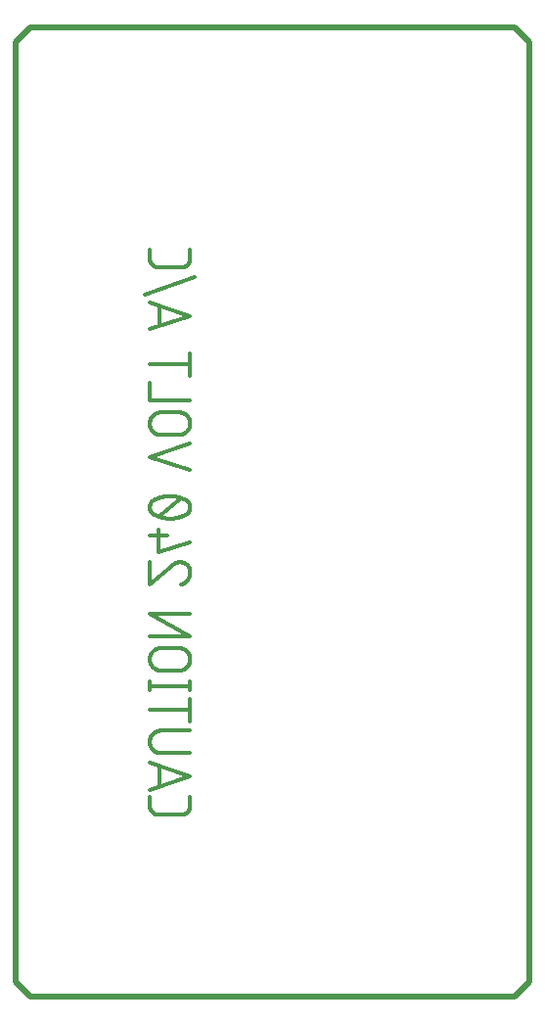
<source format=gbr>
G04 EAGLE Gerber RS-274X export*
G75*
%MOMM*%
%FSLAX34Y34*%
%LPD*%
%INSilkscreen Bottom*%
%IPPOS*%
%AMOC8*
5,1,8,0,0,1.08239X$1,22.5*%
G01*
%ADD10C,0.304800*%
%ADD11C,0.508000*%


D10*
X128524Y185484D02*
X128524Y177694D01*
X128526Y177506D01*
X128533Y177318D01*
X128544Y177130D01*
X128560Y176942D01*
X128581Y176755D01*
X128606Y176569D01*
X128635Y176383D01*
X128669Y176198D01*
X128708Y176013D01*
X128750Y175830D01*
X128798Y175648D01*
X128849Y175467D01*
X128905Y175287D01*
X128966Y175109D01*
X129030Y174932D01*
X129099Y174757D01*
X129172Y174583D01*
X129249Y174412D01*
X129331Y174242D01*
X129416Y174074D01*
X129506Y173909D01*
X129599Y173745D01*
X129696Y173584D01*
X129798Y173426D01*
X129903Y173269D01*
X130012Y173116D01*
X130124Y172965D01*
X130240Y172817D01*
X130360Y172671D01*
X130483Y172529D01*
X130609Y172390D01*
X130739Y172253D01*
X130872Y172120D01*
X131009Y171990D01*
X131148Y171864D01*
X131290Y171741D01*
X131436Y171621D01*
X131584Y171505D01*
X131735Y171393D01*
X131888Y171284D01*
X132045Y171179D01*
X132203Y171077D01*
X132364Y170980D01*
X132528Y170887D01*
X132693Y170797D01*
X132861Y170712D01*
X133031Y170630D01*
X133202Y170553D01*
X133376Y170480D01*
X133551Y170411D01*
X133728Y170347D01*
X133906Y170286D01*
X134086Y170230D01*
X134267Y170179D01*
X134449Y170131D01*
X134632Y170089D01*
X134817Y170050D01*
X135002Y170016D01*
X135188Y169987D01*
X135374Y169962D01*
X135561Y169941D01*
X135749Y169925D01*
X135937Y169914D01*
X136125Y169907D01*
X136313Y169905D01*
X155787Y169905D01*
X155978Y169907D01*
X156169Y169914D01*
X156360Y169926D01*
X156550Y169943D01*
X156740Y169964D01*
X156930Y169989D01*
X157119Y170020D01*
X157307Y170055D01*
X157494Y170094D01*
X157680Y170138D01*
X157864Y170187D01*
X158048Y170240D01*
X158230Y170298D01*
X158411Y170360D01*
X158590Y170427D01*
X158768Y170498D01*
X158943Y170573D01*
X159117Y170653D01*
X159289Y170737D01*
X159459Y170825D01*
X159626Y170917D01*
X159791Y171013D01*
X159954Y171113D01*
X160114Y171218D01*
X160272Y171326D01*
X160427Y171438D01*
X160579Y171554D01*
X160728Y171673D01*
X160875Y171796D01*
X161018Y171923D01*
X161158Y172053D01*
X161295Y172186D01*
X161428Y172323D01*
X161558Y172463D01*
X161685Y172606D01*
X161808Y172753D01*
X161927Y172902D01*
X162043Y173054D01*
X162155Y173209D01*
X162263Y173367D01*
X162368Y173527D01*
X162468Y173690D01*
X162564Y173855D01*
X162656Y174022D01*
X162744Y174192D01*
X162828Y174364D01*
X162908Y174538D01*
X162983Y174713D01*
X163054Y174891D01*
X163121Y175070D01*
X163183Y175251D01*
X163241Y175433D01*
X163294Y175617D01*
X163343Y175801D01*
X163387Y175987D01*
X163426Y176174D01*
X163461Y176362D01*
X163492Y176551D01*
X163517Y176741D01*
X163538Y176931D01*
X163555Y177121D01*
X163567Y177312D01*
X163574Y177503D01*
X163576Y177694D01*
X163576Y185484D01*
X163576Y203446D02*
X128524Y191762D01*
X128524Y215130D02*
X163576Y203446D01*
X137287Y212209D02*
X137287Y194683D01*
X138261Y223236D02*
X163576Y223236D01*
X138261Y223236D02*
X138024Y223239D01*
X137787Y223248D01*
X137550Y223262D01*
X137314Y223282D01*
X137078Y223308D01*
X136843Y223340D01*
X136609Y223377D01*
X136376Y223420D01*
X136144Y223469D01*
X135913Y223523D01*
X135684Y223583D01*
X135456Y223649D01*
X135230Y223720D01*
X135005Y223796D01*
X134783Y223878D01*
X134562Y223966D01*
X134344Y224059D01*
X134128Y224157D01*
X133915Y224260D01*
X133704Y224368D01*
X133496Y224482D01*
X133290Y224600D01*
X133088Y224724D01*
X132888Y224852D01*
X132692Y224986D01*
X132499Y225124D01*
X132310Y225266D01*
X132124Y225413D01*
X131942Y225565D01*
X131763Y225721D01*
X131589Y225882D01*
X131418Y226046D01*
X131251Y226215D01*
X131089Y226387D01*
X130931Y226564D01*
X130777Y226745D01*
X130627Y226929D01*
X130482Y227116D01*
X130342Y227307D01*
X130206Y227502D01*
X130076Y227700D01*
X129950Y227901D01*
X129829Y228104D01*
X129712Y228311D01*
X129601Y228521D01*
X129496Y228733D01*
X129395Y228948D01*
X129300Y229165D01*
X129210Y229384D01*
X129125Y229606D01*
X129046Y229829D01*
X128972Y230054D01*
X128903Y230282D01*
X128841Y230510D01*
X128783Y230740D01*
X128732Y230972D01*
X128686Y231204D01*
X128646Y231438D01*
X128611Y231673D01*
X128582Y231908D01*
X128559Y232144D01*
X128542Y232381D01*
X128530Y232617D01*
X128525Y232854D01*
X128525Y233092D01*
X128530Y233329D01*
X128542Y233565D01*
X128559Y233802D01*
X128582Y234038D01*
X128611Y234273D01*
X128646Y234508D01*
X128686Y234742D01*
X128732Y234974D01*
X128783Y235206D01*
X128841Y235436D01*
X128903Y235664D01*
X128972Y235892D01*
X129046Y236117D01*
X129125Y236340D01*
X129210Y236562D01*
X129300Y236781D01*
X129395Y236998D01*
X129496Y237213D01*
X129601Y237425D01*
X129712Y237635D01*
X129829Y237842D01*
X129950Y238045D01*
X130076Y238246D01*
X130206Y238444D01*
X130342Y238639D01*
X130482Y238830D01*
X130627Y239017D01*
X130777Y239201D01*
X130931Y239382D01*
X131089Y239559D01*
X131251Y239731D01*
X131418Y239900D01*
X131589Y240064D01*
X131763Y240225D01*
X131942Y240381D01*
X132124Y240533D01*
X132310Y240680D01*
X132499Y240822D01*
X132692Y240960D01*
X132888Y241094D01*
X133088Y241222D01*
X133290Y241346D01*
X133496Y241464D01*
X133704Y241578D01*
X133915Y241686D01*
X134128Y241789D01*
X134344Y241887D01*
X134562Y241980D01*
X134783Y242068D01*
X135005Y242150D01*
X135230Y242226D01*
X135456Y242297D01*
X135684Y242363D01*
X135913Y242423D01*
X136144Y242477D01*
X136376Y242526D01*
X136609Y242569D01*
X136843Y242606D01*
X137078Y242638D01*
X137314Y242664D01*
X137550Y242684D01*
X137787Y242698D01*
X138024Y242707D01*
X138261Y242710D01*
X163576Y242710D01*
X163576Y260596D02*
X128524Y260596D01*
X163576Y250859D02*
X163576Y270332D01*
X163576Y281551D02*
X128524Y281551D01*
X128524Y285445D02*
X128524Y277656D01*
X163576Y277656D02*
X163576Y285445D01*
X153839Y294674D02*
X138261Y294674D01*
X153839Y294674D02*
X154076Y294677D01*
X154313Y294686D01*
X154550Y294700D01*
X154786Y294720D01*
X155022Y294746D01*
X155257Y294778D01*
X155491Y294815D01*
X155724Y294858D01*
X155956Y294907D01*
X156187Y294961D01*
X156416Y295021D01*
X156644Y295087D01*
X156870Y295158D01*
X157095Y295234D01*
X157317Y295316D01*
X157538Y295404D01*
X157756Y295497D01*
X157972Y295595D01*
X158185Y295698D01*
X158396Y295806D01*
X158604Y295920D01*
X158810Y296038D01*
X159012Y296162D01*
X159212Y296290D01*
X159408Y296424D01*
X159601Y296562D01*
X159790Y296704D01*
X159976Y296851D01*
X160158Y297003D01*
X160337Y297159D01*
X160511Y297320D01*
X160682Y297484D01*
X160849Y297653D01*
X161011Y297825D01*
X161169Y298002D01*
X161323Y298183D01*
X161473Y298367D01*
X161618Y298554D01*
X161758Y298745D01*
X161894Y298940D01*
X162024Y299138D01*
X162150Y299339D01*
X162271Y299543D01*
X162388Y299749D01*
X162499Y299959D01*
X162604Y300171D01*
X162705Y300386D01*
X162800Y300603D01*
X162890Y300822D01*
X162975Y301044D01*
X163054Y301267D01*
X163128Y301492D01*
X163197Y301720D01*
X163259Y301948D01*
X163317Y302178D01*
X163368Y302410D01*
X163414Y302642D01*
X163454Y302876D01*
X163489Y303111D01*
X163518Y303346D01*
X163541Y303582D01*
X163558Y303819D01*
X163570Y304055D01*
X163575Y304292D01*
X163575Y304530D01*
X163570Y304767D01*
X163558Y305003D01*
X163541Y305240D01*
X163518Y305476D01*
X163489Y305711D01*
X163454Y305946D01*
X163414Y306180D01*
X163368Y306412D01*
X163317Y306644D01*
X163259Y306874D01*
X163197Y307102D01*
X163128Y307330D01*
X163054Y307555D01*
X162975Y307778D01*
X162890Y308000D01*
X162800Y308219D01*
X162705Y308436D01*
X162604Y308651D01*
X162499Y308863D01*
X162388Y309073D01*
X162271Y309280D01*
X162150Y309483D01*
X162024Y309684D01*
X161894Y309882D01*
X161758Y310077D01*
X161618Y310268D01*
X161473Y310455D01*
X161323Y310639D01*
X161169Y310820D01*
X161011Y310997D01*
X160849Y311169D01*
X160682Y311338D01*
X160511Y311502D01*
X160337Y311663D01*
X160158Y311819D01*
X159976Y311971D01*
X159790Y312118D01*
X159601Y312260D01*
X159408Y312398D01*
X159212Y312532D01*
X159012Y312660D01*
X158810Y312784D01*
X158604Y312902D01*
X158396Y313016D01*
X158185Y313124D01*
X157972Y313227D01*
X157756Y313325D01*
X157538Y313418D01*
X157317Y313506D01*
X157095Y313588D01*
X156870Y313664D01*
X156644Y313735D01*
X156416Y313801D01*
X156187Y313861D01*
X155956Y313915D01*
X155724Y313964D01*
X155491Y314007D01*
X155257Y314044D01*
X155022Y314076D01*
X154786Y314102D01*
X154550Y314122D01*
X154313Y314136D01*
X154076Y314145D01*
X153839Y314148D01*
X153839Y314147D02*
X138261Y314147D01*
X138261Y314148D02*
X138024Y314145D01*
X137787Y314136D01*
X137550Y314122D01*
X137314Y314102D01*
X137078Y314076D01*
X136843Y314044D01*
X136609Y314007D01*
X136376Y313964D01*
X136144Y313915D01*
X135913Y313861D01*
X135684Y313801D01*
X135456Y313735D01*
X135230Y313664D01*
X135005Y313588D01*
X134783Y313506D01*
X134562Y313418D01*
X134344Y313325D01*
X134128Y313227D01*
X133915Y313124D01*
X133704Y313016D01*
X133496Y312902D01*
X133290Y312784D01*
X133088Y312660D01*
X132888Y312532D01*
X132692Y312398D01*
X132499Y312260D01*
X132310Y312118D01*
X132124Y311971D01*
X131942Y311819D01*
X131763Y311663D01*
X131589Y311502D01*
X131418Y311338D01*
X131251Y311169D01*
X131089Y310997D01*
X130931Y310820D01*
X130777Y310639D01*
X130627Y310455D01*
X130482Y310268D01*
X130342Y310077D01*
X130206Y309882D01*
X130076Y309684D01*
X129950Y309483D01*
X129829Y309280D01*
X129712Y309073D01*
X129601Y308863D01*
X129496Y308651D01*
X129395Y308436D01*
X129300Y308219D01*
X129210Y308000D01*
X129125Y307778D01*
X129046Y307555D01*
X128972Y307330D01*
X128903Y307102D01*
X128841Y306874D01*
X128783Y306644D01*
X128732Y306412D01*
X128686Y306180D01*
X128646Y305946D01*
X128611Y305711D01*
X128582Y305476D01*
X128559Y305240D01*
X128542Y305003D01*
X128530Y304767D01*
X128525Y304530D01*
X128525Y304292D01*
X128530Y304055D01*
X128542Y303819D01*
X128559Y303582D01*
X128582Y303346D01*
X128611Y303111D01*
X128646Y302876D01*
X128686Y302642D01*
X128732Y302410D01*
X128783Y302178D01*
X128841Y301948D01*
X128903Y301720D01*
X128972Y301492D01*
X129046Y301267D01*
X129125Y301044D01*
X129210Y300822D01*
X129300Y300603D01*
X129395Y300386D01*
X129496Y300171D01*
X129601Y299959D01*
X129712Y299749D01*
X129829Y299542D01*
X129950Y299339D01*
X130076Y299138D01*
X130206Y298940D01*
X130342Y298745D01*
X130482Y298554D01*
X130627Y298367D01*
X130777Y298183D01*
X130931Y298002D01*
X131089Y297825D01*
X131251Y297653D01*
X131418Y297484D01*
X131589Y297320D01*
X131763Y297159D01*
X131942Y297003D01*
X132124Y296851D01*
X132310Y296704D01*
X132499Y296562D01*
X132692Y296424D01*
X132888Y296290D01*
X133088Y296162D01*
X133290Y296038D01*
X133496Y295920D01*
X133704Y295806D01*
X133915Y295698D01*
X134128Y295595D01*
X134344Y295497D01*
X134562Y295404D01*
X134783Y295316D01*
X135005Y295234D01*
X135230Y295158D01*
X135456Y295087D01*
X135684Y295021D01*
X135913Y294961D01*
X136144Y294907D01*
X136376Y294858D01*
X136609Y294815D01*
X136843Y294778D01*
X137078Y294746D01*
X137314Y294720D01*
X137550Y294700D01*
X137787Y294686D01*
X138024Y294677D01*
X138261Y294674D01*
X128524Y324201D02*
X163576Y324201D01*
X128524Y343675D01*
X163576Y343675D01*
X163576Y379679D02*
X163573Y379891D01*
X163566Y380102D01*
X163553Y380314D01*
X163535Y380525D01*
X163512Y380735D01*
X163484Y380945D01*
X163451Y381154D01*
X163413Y381363D01*
X163370Y381570D01*
X163321Y381776D01*
X163268Y381981D01*
X163210Y382185D01*
X163147Y382387D01*
X163079Y382588D01*
X163007Y382786D01*
X162929Y382983D01*
X162847Y383179D01*
X162760Y383372D01*
X162668Y383563D01*
X162572Y383751D01*
X162472Y383938D01*
X162366Y384121D01*
X162257Y384303D01*
X162143Y384481D01*
X162025Y384657D01*
X161902Y384830D01*
X161776Y385000D01*
X161645Y385166D01*
X161511Y385330D01*
X161372Y385490D01*
X161230Y385647D01*
X161084Y385800D01*
X160934Y385950D01*
X160781Y386096D01*
X160624Y386238D01*
X160464Y386377D01*
X160300Y386511D01*
X160134Y386642D01*
X159964Y386768D01*
X159791Y386891D01*
X159615Y387009D01*
X159437Y387123D01*
X159255Y387232D01*
X159072Y387338D01*
X158885Y387438D01*
X158697Y387534D01*
X158506Y387626D01*
X158313Y387713D01*
X158117Y387795D01*
X157920Y387873D01*
X157722Y387945D01*
X157521Y388013D01*
X157319Y388076D01*
X157115Y388134D01*
X156910Y388187D01*
X156704Y388236D01*
X156497Y388279D01*
X156288Y388317D01*
X156079Y388350D01*
X155869Y388378D01*
X155659Y388401D01*
X155448Y388419D01*
X155236Y388432D01*
X155025Y388439D01*
X154813Y388442D01*
X163576Y379679D02*
X163573Y379407D01*
X163563Y379135D01*
X163546Y378863D01*
X163523Y378592D01*
X163494Y378321D01*
X163458Y378051D01*
X163415Y377782D01*
X163366Y377514D01*
X163310Y377248D01*
X163248Y376983D01*
X163180Y376719D01*
X163105Y376457D01*
X163024Y376198D01*
X162937Y375940D01*
X162843Y375684D01*
X162744Y375431D01*
X162638Y375180D01*
X162526Y374931D01*
X162408Y374686D01*
X162285Y374443D01*
X162155Y374204D01*
X162020Y373968D01*
X161879Y373735D01*
X161732Y373505D01*
X161580Y373279D01*
X161423Y373057D01*
X161260Y372839D01*
X161092Y372625D01*
X160919Y372415D01*
X160741Y372209D01*
X160558Y372007D01*
X160370Y371810D01*
X160177Y371618D01*
X159980Y371430D01*
X159778Y371247D01*
X159572Y371070D01*
X159362Y370897D01*
X159147Y370729D01*
X158929Y370566D01*
X158706Y370409D01*
X158480Y370257D01*
X158251Y370111D01*
X158018Y369970D01*
X157781Y369835D01*
X157542Y369706D01*
X157299Y369583D01*
X157053Y369465D01*
X156805Y369354D01*
X156554Y369248D01*
X156300Y369149D01*
X156045Y369056D01*
X155787Y368969D01*
X147997Y385521D02*
X148159Y385686D01*
X148324Y385848D01*
X148493Y386005D01*
X148666Y386158D01*
X148843Y386306D01*
X149023Y386451D01*
X149207Y386590D01*
X149394Y386726D01*
X149585Y386856D01*
X149778Y386982D01*
X149975Y387103D01*
X150175Y387220D01*
X150377Y387331D01*
X150582Y387437D01*
X150790Y387539D01*
X151000Y387635D01*
X151212Y387726D01*
X151426Y387812D01*
X151643Y387892D01*
X151861Y387967D01*
X152081Y388037D01*
X152303Y388101D01*
X152527Y388160D01*
X152751Y388213D01*
X152977Y388261D01*
X153204Y388303D01*
X153432Y388340D01*
X153661Y388371D01*
X153891Y388397D01*
X154121Y388417D01*
X154351Y388431D01*
X154582Y388439D01*
X154813Y388442D01*
X147997Y385521D02*
X128524Y368969D01*
X128524Y388442D01*
X136313Y397544D02*
X163576Y405333D01*
X136313Y397544D02*
X136313Y417017D01*
X128524Y411175D02*
X144103Y411175D01*
X146050Y426119D02*
X146740Y426127D01*
X147429Y426152D01*
X148117Y426193D01*
X148804Y426251D01*
X149490Y426325D01*
X150173Y426415D01*
X150855Y426521D01*
X151533Y426644D01*
X152209Y426783D01*
X152881Y426938D01*
X153549Y427109D01*
X154212Y427296D01*
X154871Y427499D01*
X155526Y427717D01*
X156174Y427951D01*
X156817Y428201D01*
X157454Y428465D01*
X158084Y428745D01*
X158708Y429040D01*
X158873Y429099D01*
X159036Y429162D01*
X159198Y429229D01*
X159359Y429300D01*
X159517Y429374D01*
X159674Y429453D01*
X159829Y429535D01*
X159982Y429621D01*
X160132Y429711D01*
X160280Y429804D01*
X160426Y429901D01*
X160570Y430001D01*
X160711Y430105D01*
X160850Y430212D01*
X160986Y430323D01*
X161119Y430437D01*
X161249Y430554D01*
X161377Y430674D01*
X161501Y430797D01*
X161623Y430924D01*
X161741Y431053D01*
X161857Y431185D01*
X161969Y431320D01*
X162077Y431457D01*
X162183Y431597D01*
X162284Y431740D01*
X162383Y431885D01*
X162478Y432032D01*
X162569Y432182D01*
X162656Y432334D01*
X162740Y432488D01*
X162820Y432644D01*
X162896Y432801D01*
X162969Y432961D01*
X163037Y433122D01*
X163102Y433285D01*
X163162Y433450D01*
X163219Y433616D01*
X163271Y433783D01*
X163320Y433951D01*
X163364Y434121D01*
X163404Y434291D01*
X163440Y434463D01*
X163472Y434635D01*
X163499Y434808D01*
X163523Y434982D01*
X163542Y435156D01*
X163557Y435331D01*
X163567Y435506D01*
X163574Y435681D01*
X163576Y435856D01*
X163574Y436031D01*
X163567Y436206D01*
X163557Y436381D01*
X163542Y436556D01*
X163523Y436730D01*
X163499Y436904D01*
X163472Y437077D01*
X163440Y437249D01*
X163404Y437421D01*
X163364Y437591D01*
X163320Y437761D01*
X163271Y437929D01*
X163219Y438096D01*
X163162Y438262D01*
X163102Y438427D01*
X163037Y438590D01*
X162969Y438751D01*
X162896Y438911D01*
X162820Y439069D01*
X162740Y439224D01*
X162656Y439378D01*
X162569Y439530D01*
X162478Y439680D01*
X162383Y439827D01*
X162284Y439972D01*
X162183Y440115D01*
X162077Y440255D01*
X161969Y440392D01*
X161857Y440527D01*
X161741Y440659D01*
X161623Y440788D01*
X161501Y440915D01*
X161377Y441038D01*
X161249Y441158D01*
X161119Y441275D01*
X160986Y441389D01*
X160850Y441500D01*
X160711Y441607D01*
X160570Y441711D01*
X160426Y441811D01*
X160280Y441908D01*
X160132Y442001D01*
X159981Y442091D01*
X159829Y442177D01*
X159674Y442259D01*
X159517Y442338D01*
X159359Y442412D01*
X159198Y442483D01*
X159036Y442550D01*
X158873Y442613D01*
X158708Y442672D01*
X158708Y442671D02*
X158084Y442966D01*
X157454Y443246D01*
X156817Y443510D01*
X156174Y443760D01*
X155526Y443994D01*
X154871Y444212D01*
X154212Y444415D01*
X153549Y444602D01*
X152881Y444773D01*
X152209Y444928D01*
X151533Y445067D01*
X150855Y445190D01*
X150173Y445296D01*
X149490Y445386D01*
X148804Y445460D01*
X148117Y445518D01*
X147429Y445559D01*
X146740Y445584D01*
X146050Y445592D01*
X146050Y426118D02*
X145360Y426126D01*
X144671Y426151D01*
X143983Y426192D01*
X143296Y426250D01*
X142610Y426324D01*
X141926Y426414D01*
X141245Y426520D01*
X140567Y426643D01*
X139891Y426782D01*
X139219Y426937D01*
X138551Y427108D01*
X137887Y427295D01*
X137228Y427498D01*
X136574Y427716D01*
X135926Y427950D01*
X135283Y428200D01*
X134646Y428464D01*
X134016Y428744D01*
X133392Y429039D01*
X133392Y429040D02*
X133227Y429099D01*
X133064Y429162D01*
X132902Y429229D01*
X132741Y429300D01*
X132583Y429374D01*
X132426Y429453D01*
X132271Y429535D01*
X132118Y429621D01*
X131968Y429711D01*
X131820Y429804D01*
X131673Y429901D01*
X131530Y430001D01*
X131389Y430105D01*
X131250Y430212D01*
X131114Y430323D01*
X130981Y430437D01*
X130851Y430554D01*
X130723Y430674D01*
X130599Y430797D01*
X130477Y430924D01*
X130359Y431053D01*
X130243Y431185D01*
X130131Y431320D01*
X130023Y431457D01*
X129917Y431597D01*
X129816Y431740D01*
X129717Y431885D01*
X129622Y432032D01*
X129531Y432182D01*
X129444Y432334D01*
X129360Y432488D01*
X129280Y432644D01*
X129204Y432801D01*
X129131Y432961D01*
X129063Y433122D01*
X128998Y433285D01*
X128938Y433450D01*
X128881Y433616D01*
X128829Y433783D01*
X128780Y433951D01*
X128736Y434121D01*
X128696Y434291D01*
X128660Y434463D01*
X128628Y434635D01*
X128601Y434808D01*
X128577Y434982D01*
X128558Y435156D01*
X128543Y435331D01*
X128533Y435506D01*
X128526Y435681D01*
X128524Y435856D01*
X133392Y442672D02*
X134016Y442967D01*
X134646Y443247D01*
X135283Y443511D01*
X135926Y443761D01*
X136574Y443995D01*
X137228Y444213D01*
X137887Y444416D01*
X138551Y444603D01*
X139219Y444774D01*
X139891Y444929D01*
X140567Y445068D01*
X141245Y445191D01*
X141926Y445297D01*
X142610Y445387D01*
X143296Y445461D01*
X143983Y445519D01*
X144671Y445560D01*
X145360Y445585D01*
X146050Y445593D01*
X133392Y442672D02*
X133227Y442613D01*
X133064Y442550D01*
X132902Y442483D01*
X132741Y442412D01*
X132583Y442338D01*
X132426Y442259D01*
X132271Y442177D01*
X132118Y442091D01*
X131968Y442001D01*
X131820Y441908D01*
X131674Y441811D01*
X131530Y441711D01*
X131389Y441607D01*
X131250Y441500D01*
X131114Y441389D01*
X130981Y441275D01*
X130851Y441158D01*
X130723Y441038D01*
X130599Y440915D01*
X130477Y440788D01*
X130359Y440659D01*
X130243Y440527D01*
X130131Y440392D01*
X130023Y440255D01*
X129917Y440115D01*
X129816Y439972D01*
X129717Y439827D01*
X129622Y439680D01*
X129531Y439530D01*
X129444Y439378D01*
X129360Y439224D01*
X129280Y439069D01*
X129204Y438911D01*
X129131Y438751D01*
X129063Y438590D01*
X128998Y438427D01*
X128938Y438262D01*
X128881Y438096D01*
X128829Y437929D01*
X128780Y437761D01*
X128736Y437591D01*
X128696Y437421D01*
X128660Y437249D01*
X128628Y437077D01*
X128601Y436904D01*
X128577Y436730D01*
X128558Y436556D01*
X128543Y436381D01*
X128533Y436206D01*
X128526Y436031D01*
X128524Y435856D01*
X136313Y428066D02*
X155787Y443645D01*
X163576Y467987D02*
X128524Y479671D01*
X163576Y491355D01*
X153839Y498509D02*
X138261Y498509D01*
X153839Y498509D02*
X154076Y498512D01*
X154313Y498521D01*
X154550Y498535D01*
X154786Y498555D01*
X155022Y498581D01*
X155257Y498613D01*
X155491Y498650D01*
X155724Y498693D01*
X155956Y498742D01*
X156187Y498796D01*
X156416Y498856D01*
X156644Y498922D01*
X156870Y498993D01*
X157095Y499069D01*
X157317Y499151D01*
X157538Y499239D01*
X157756Y499332D01*
X157972Y499430D01*
X158185Y499533D01*
X158396Y499641D01*
X158604Y499755D01*
X158810Y499873D01*
X159012Y499997D01*
X159212Y500125D01*
X159408Y500259D01*
X159601Y500397D01*
X159790Y500539D01*
X159976Y500686D01*
X160158Y500838D01*
X160337Y500994D01*
X160511Y501155D01*
X160682Y501319D01*
X160849Y501488D01*
X161011Y501660D01*
X161169Y501837D01*
X161323Y502018D01*
X161473Y502202D01*
X161618Y502389D01*
X161758Y502580D01*
X161894Y502775D01*
X162024Y502973D01*
X162150Y503174D01*
X162271Y503378D01*
X162388Y503584D01*
X162499Y503794D01*
X162604Y504006D01*
X162705Y504221D01*
X162800Y504438D01*
X162890Y504657D01*
X162975Y504879D01*
X163054Y505102D01*
X163128Y505327D01*
X163197Y505555D01*
X163259Y505783D01*
X163317Y506013D01*
X163368Y506245D01*
X163414Y506477D01*
X163454Y506711D01*
X163489Y506946D01*
X163518Y507181D01*
X163541Y507417D01*
X163558Y507654D01*
X163570Y507890D01*
X163575Y508127D01*
X163575Y508365D01*
X163570Y508602D01*
X163558Y508838D01*
X163541Y509075D01*
X163518Y509311D01*
X163489Y509546D01*
X163454Y509781D01*
X163414Y510015D01*
X163368Y510247D01*
X163317Y510479D01*
X163259Y510709D01*
X163197Y510937D01*
X163128Y511165D01*
X163054Y511390D01*
X162975Y511613D01*
X162890Y511835D01*
X162800Y512054D01*
X162705Y512271D01*
X162604Y512486D01*
X162499Y512698D01*
X162388Y512908D01*
X162271Y513115D01*
X162150Y513318D01*
X162024Y513519D01*
X161894Y513717D01*
X161758Y513912D01*
X161618Y514103D01*
X161473Y514290D01*
X161323Y514474D01*
X161169Y514655D01*
X161011Y514832D01*
X160849Y515004D01*
X160682Y515173D01*
X160511Y515337D01*
X160337Y515498D01*
X160158Y515654D01*
X159976Y515806D01*
X159790Y515953D01*
X159601Y516095D01*
X159408Y516233D01*
X159212Y516367D01*
X159012Y516495D01*
X158810Y516619D01*
X158604Y516737D01*
X158396Y516851D01*
X158185Y516959D01*
X157972Y517062D01*
X157756Y517160D01*
X157538Y517253D01*
X157317Y517341D01*
X157095Y517423D01*
X156870Y517499D01*
X156644Y517570D01*
X156416Y517636D01*
X156187Y517696D01*
X155956Y517750D01*
X155724Y517799D01*
X155491Y517842D01*
X155257Y517879D01*
X155022Y517911D01*
X154786Y517937D01*
X154550Y517957D01*
X154313Y517971D01*
X154076Y517980D01*
X153839Y517983D01*
X153839Y517982D02*
X138261Y517982D01*
X138261Y517983D02*
X138024Y517980D01*
X137787Y517971D01*
X137550Y517957D01*
X137314Y517937D01*
X137078Y517911D01*
X136843Y517879D01*
X136609Y517842D01*
X136376Y517799D01*
X136144Y517750D01*
X135913Y517696D01*
X135684Y517636D01*
X135456Y517570D01*
X135230Y517499D01*
X135005Y517423D01*
X134783Y517341D01*
X134562Y517253D01*
X134344Y517160D01*
X134128Y517062D01*
X133915Y516959D01*
X133704Y516851D01*
X133496Y516737D01*
X133290Y516619D01*
X133088Y516495D01*
X132888Y516367D01*
X132692Y516233D01*
X132499Y516095D01*
X132310Y515953D01*
X132124Y515806D01*
X131942Y515654D01*
X131763Y515498D01*
X131589Y515337D01*
X131418Y515173D01*
X131251Y515004D01*
X131089Y514832D01*
X130931Y514655D01*
X130777Y514474D01*
X130627Y514290D01*
X130482Y514103D01*
X130342Y513912D01*
X130206Y513717D01*
X130076Y513519D01*
X129950Y513318D01*
X129829Y513115D01*
X129712Y512908D01*
X129601Y512698D01*
X129496Y512486D01*
X129395Y512271D01*
X129300Y512054D01*
X129210Y511835D01*
X129125Y511613D01*
X129046Y511390D01*
X128972Y511165D01*
X128903Y510937D01*
X128841Y510709D01*
X128783Y510479D01*
X128732Y510247D01*
X128686Y510015D01*
X128646Y509781D01*
X128611Y509546D01*
X128582Y509311D01*
X128559Y509075D01*
X128542Y508838D01*
X128530Y508602D01*
X128525Y508365D01*
X128525Y508127D01*
X128530Y507890D01*
X128542Y507654D01*
X128559Y507417D01*
X128582Y507181D01*
X128611Y506946D01*
X128646Y506711D01*
X128686Y506477D01*
X128732Y506245D01*
X128783Y506013D01*
X128841Y505783D01*
X128903Y505555D01*
X128972Y505327D01*
X129046Y505102D01*
X129125Y504879D01*
X129210Y504657D01*
X129300Y504438D01*
X129395Y504221D01*
X129496Y504006D01*
X129601Y503794D01*
X129712Y503584D01*
X129829Y503377D01*
X129950Y503174D01*
X130076Y502973D01*
X130206Y502775D01*
X130342Y502580D01*
X130482Y502389D01*
X130627Y502202D01*
X130777Y502018D01*
X130931Y501837D01*
X131089Y501660D01*
X131251Y501488D01*
X131418Y501319D01*
X131589Y501155D01*
X131763Y500994D01*
X131942Y500838D01*
X132124Y500686D01*
X132310Y500539D01*
X132499Y500397D01*
X132692Y500259D01*
X132888Y500125D01*
X133088Y499997D01*
X133290Y499873D01*
X133496Y499755D01*
X133704Y499641D01*
X133915Y499533D01*
X134128Y499430D01*
X134344Y499332D01*
X134562Y499239D01*
X134783Y499151D01*
X135005Y499069D01*
X135230Y498993D01*
X135456Y498922D01*
X135684Y498856D01*
X135913Y498796D01*
X136144Y498742D01*
X136376Y498693D01*
X136609Y498650D01*
X136843Y498613D01*
X137078Y498581D01*
X137314Y498555D01*
X137550Y498535D01*
X137787Y498521D01*
X138024Y498512D01*
X138261Y498509D01*
X128524Y528022D02*
X163576Y528022D01*
X128524Y528022D02*
X128524Y543601D01*
X128524Y559681D02*
X163576Y559681D01*
X163576Y569417D02*
X163576Y549944D01*
X163576Y601591D02*
X128524Y589907D01*
X128524Y613275D02*
X163576Y601591D01*
X137287Y610354D02*
X137287Y592828D01*
X124629Y619519D02*
X167471Y635097D01*
X128524Y651087D02*
X128524Y658876D01*
X128524Y651087D02*
X128526Y650899D01*
X128533Y650711D01*
X128544Y650523D01*
X128560Y650335D01*
X128581Y650148D01*
X128606Y649962D01*
X128635Y649776D01*
X128669Y649591D01*
X128708Y649406D01*
X128750Y649223D01*
X128798Y649041D01*
X128849Y648860D01*
X128905Y648680D01*
X128966Y648502D01*
X129030Y648325D01*
X129099Y648150D01*
X129172Y647976D01*
X129249Y647805D01*
X129331Y647635D01*
X129416Y647467D01*
X129506Y647302D01*
X129599Y647138D01*
X129696Y646977D01*
X129798Y646819D01*
X129903Y646662D01*
X130012Y646509D01*
X130124Y646358D01*
X130240Y646210D01*
X130360Y646064D01*
X130483Y645922D01*
X130609Y645783D01*
X130739Y645646D01*
X130872Y645513D01*
X131009Y645383D01*
X131148Y645257D01*
X131290Y645134D01*
X131436Y645014D01*
X131584Y644898D01*
X131735Y644786D01*
X131888Y644677D01*
X132045Y644572D01*
X132203Y644470D01*
X132364Y644373D01*
X132528Y644280D01*
X132693Y644190D01*
X132861Y644105D01*
X133031Y644023D01*
X133202Y643946D01*
X133376Y643873D01*
X133551Y643804D01*
X133728Y643740D01*
X133906Y643679D01*
X134086Y643623D01*
X134267Y643572D01*
X134449Y643524D01*
X134632Y643482D01*
X134817Y643443D01*
X135002Y643409D01*
X135188Y643380D01*
X135374Y643355D01*
X135561Y643334D01*
X135749Y643318D01*
X135937Y643307D01*
X136125Y643300D01*
X136313Y643298D01*
X136313Y643297D02*
X155787Y643297D01*
X155787Y643298D02*
X155978Y643300D01*
X156169Y643307D01*
X156360Y643319D01*
X156550Y643336D01*
X156740Y643357D01*
X156930Y643382D01*
X157119Y643413D01*
X157307Y643448D01*
X157494Y643487D01*
X157680Y643531D01*
X157864Y643580D01*
X158048Y643633D01*
X158230Y643691D01*
X158411Y643753D01*
X158590Y643820D01*
X158768Y643891D01*
X158943Y643966D01*
X159117Y644046D01*
X159289Y644130D01*
X159459Y644218D01*
X159626Y644310D01*
X159791Y644406D01*
X159954Y644506D01*
X160114Y644611D01*
X160272Y644719D01*
X160427Y644831D01*
X160579Y644947D01*
X160728Y645066D01*
X160875Y645189D01*
X161018Y645316D01*
X161158Y645446D01*
X161295Y645579D01*
X161428Y645716D01*
X161558Y645856D01*
X161685Y645999D01*
X161808Y646146D01*
X161927Y646295D01*
X162043Y646447D01*
X162155Y646602D01*
X162263Y646760D01*
X162368Y646920D01*
X162468Y647083D01*
X162564Y647248D01*
X162656Y647415D01*
X162744Y647585D01*
X162828Y647757D01*
X162908Y647931D01*
X162983Y648106D01*
X163054Y648284D01*
X163121Y648463D01*
X163183Y648644D01*
X163241Y648826D01*
X163294Y649010D01*
X163343Y649194D01*
X163387Y649380D01*
X163426Y649567D01*
X163461Y649755D01*
X163492Y649944D01*
X163517Y650134D01*
X163538Y650324D01*
X163555Y650514D01*
X163567Y650705D01*
X163574Y650896D01*
X163576Y651087D01*
X163576Y658876D01*
D11*
X25400Y850900D02*
X444500Y850900D01*
X457200Y838200D01*
X457200Y25400D01*
X444500Y12700D01*
X25400Y12700D01*
X12700Y25400D01*
X12700Y838200D01*
X25400Y850900D01*
M02*

</source>
